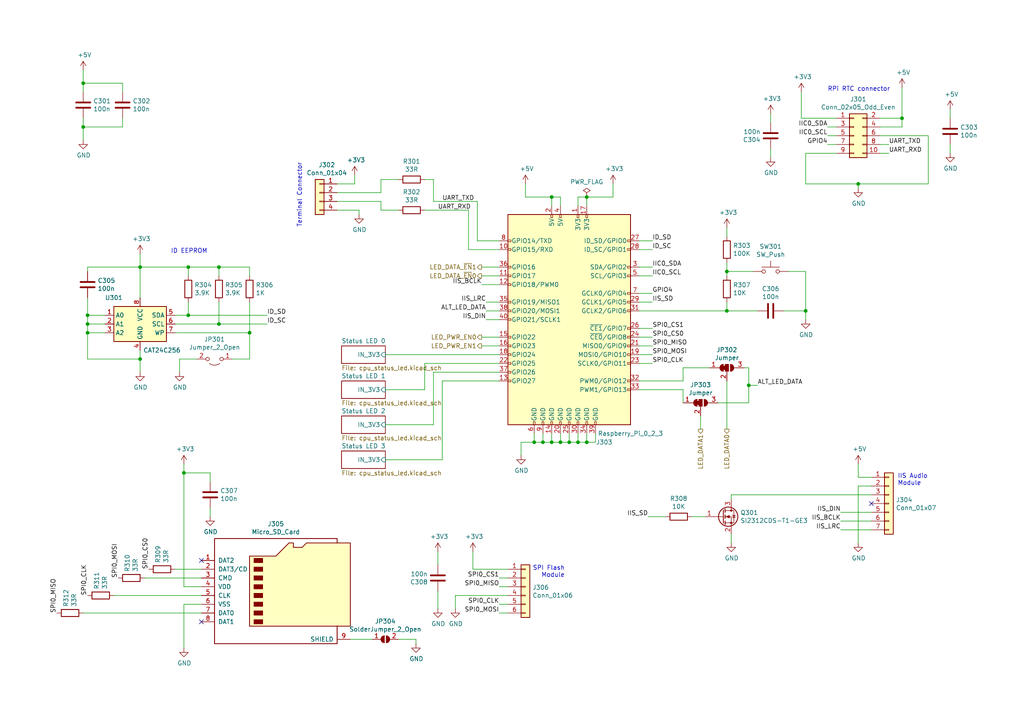
<source format=kicad_sch>
(kicad_sch (version 20230121) (generator eeschema)
  (paper "A4")
  (title_block (title "WS2812 Controller") (date "2021-10-10") (rev "1") (company "Stefan Misik") (comment 1 "CPU Interface"))
  (lib_symbols
    (symbol "Connector:Micro_SD_Card" (pin_names (offset 1.016))
      (property "Reference" "J" (at -16.51 15.24 0))
      (property "Value" "Micro_SD_Card" (at 16.51 15.24 0))
      (symbol "Micro_SD_Card_0_1"
        (rectangle (start -7.62 -9.525) (end -5.08 -10.795) (fill (type outline)))
        (rectangle (start -7.62 -6.985) (end -5.08 -8.255) (fill (type outline)))
        (rectangle (start -7.62 -4.445) (end -5.08 -5.715) (fill (type outline)))
        (rectangle (start -7.62 -1.905) (end -5.08 -3.175) (fill (type outline)))
        (rectangle (start -7.62 0.635) (end -5.08 -0.635) (fill (type outline)))
        (rectangle (start -7.62 3.175) (end -5.08 1.905) (fill (type outline)))
        (rectangle (start -7.62 5.715) (end -5.08 4.445) (fill (type outline)))
        (rectangle (start -7.62 8.255) (end -5.08 6.985) (fill (type outline)))
        (polyline (pts (xy 16.51 12.7) (xy 16.51 13.97) (xy -19.05 13.97) (xy -19.05 -16.51) (xy 16.51 -16.51) (xy 16.51 -11.43)) (stroke (width 0.254)))
        (polyline (pts (xy -8.89 -11.43) (xy -8.89 8.89) (xy -1.27 8.89) (xy 2.54 12.7) (xy 3.81 12.7) (xy 3.81 11.43) (xy 6.35 11.43) (xy 7.62 12.7) (xy 20.32 12.7) (xy 20.32 -11.43) (xy -8.89 -11.43)) (stroke (width 0.254)) (fill (type background)))
      )
      (symbol "Micro_SD_Card_1_1"
        (pin bidirectional line (at -22.86 7.62 0) (length 3.81) (name "DAT2") (number "1"))
        (pin bidirectional line (at -22.86 5.08 0) (length 3.81) (name "DAT3/CD") (number "2"))
        (pin input line (at -22.86 2.54 0) (length 3.81) (name "CMD") (number "3"))
        (pin power_in line (at -22.86 0 0) (length 3.81) (name "VDD") (number "4"))
        (pin input line (at -22.86 -2.54 0) (length 3.81) (name "CLK") (number "5"))
        (pin power_in line (at -22.86 -5.08 0) (length 3.81) (name "VSS") (number "6"))
        (pin bidirectional line (at -22.86 -7.62 0) (length 3.81) (name "DAT0") (number "7"))
        (pin bidirectional line (at -22.86 -10.16 0) (length 3.81) (name "DAT1") (number "8"))
        (pin passive line (at 20.32 -15.24 180) (length 3.81) (name "SHIELD") (number "9"))
      )
    )
    (symbol "Connector_Generic:Conn_01x04" (pin_names (offset 1.016) hide)
      (property "Reference" "J" (at 0 5.08 0))
      (property "Value" "Conn_01x04" (at 0 -7.62 0))
      (symbol "Conn_01x04_1_1"
        (rectangle (start -1.27 -4.953) (end 0 -5.207) (stroke (width 0.1524)))
        (rectangle (start -1.27 -2.413) (end 0 -2.667) (stroke (width 0.1524)))
        (rectangle (start -1.27 0.127) (end 0 -0.127) (stroke (width 0.1524)))
        (rectangle (start -1.27 2.667) (end 0 2.413) (stroke (width 0.1524)))
        (rectangle (start -1.27 3.81) (end 1.27 -6.35) (stroke (width 0.254)) (fill (type background)))
        (pin passive line (at -5.08 2.54 0) (length 3.81) (name "Pin_1") (number "1"))
        (pin passive line (at -5.08 0 0) (length 3.81) (name "Pin_2") (number "2"))
        (pin passive line (at -5.08 -2.54 0) (length 3.81) (name "Pin_3") (number "3"))
        (pin passive line (at -5.08 -5.08 0) (length 3.81) (name "Pin_4") (number "4"))
      )
    )
    (symbol "Connector_Generic:Conn_01x06" (pin_names (offset 1.016) hide)
      (property "Reference" "J" (at 0 7.62 0))
      (property "Value" "Conn_01x06" (at 0 -10.16 0))
      (symbol "Conn_01x06_1_1"
        (rectangle (start -1.27 -7.493) (end 0 -7.747) (stroke (width 0.1524)))
        (rectangle (start -1.27 -4.953) (end 0 -5.207) (stroke (width 0.1524)))
        (rectangle (start -1.27 -2.413) (end 0 -2.667) (stroke (width 0.1524)))
        (rectangle (start -1.27 0.127) (end 0 -0.127) (stroke (width 0.1524)))
        (rectangle (start -1.27 2.667) (end 0 2.413) (stroke (width 0.1524)))
        (rectangle (start -1.27 5.207) (end 0 4.953) (stroke (width 0.1524)))
        (rectangle (start -1.27 6.35) (end 1.27 -8.89) (stroke (width 0.254)) (fill (type background)))
        (pin passive line (at -5.08 5.08 0) (length 3.81) (name "Pin_1") (number "1"))
        (pin passive line (at -5.08 2.54 0) (length 3.81) (name "Pin_2") (number "2"))
        (pin passive line (at -5.08 0 0) (length 3.81) (name "Pin_3") (number "3"))
        (pin passive line (at -5.08 -2.54 0) (length 3.81) (name "Pin_4") (number "4"))
        (pin passive line (at -5.08 -5.08 0) (length 3.81) (name "Pin_5") (number "5"))
        (pin passive line (at -5.08 -7.62 0) (length 3.81) (name "Pin_6") (number "6"))
      )
    )
    (symbol "Connector_Generic:Conn_01x07" (pin_names (offset 1.016) hide)
      (property "Reference" "J" (at 0 10.16 0))
      (property "Value" "Conn_01x07" (at 0 -10.16 0))
      (symbol "Conn_01x07_1_1"
        (rectangle (start -1.27 -7.493) (end 0 -7.747) (stroke (width 0.1524)))
        (rectangle (start -1.27 -4.953) (end 0 -5.207) (stroke (width 0.1524)))
        (rectangle (start -1.27 -2.413) (end 0 -2.667) (stroke (width 0.1524)))
        (rectangle (start -1.27 0.127) (end 0 -0.127) (stroke (width 0.1524)))
        (rectangle (start -1.27 2.667) (end 0 2.413) (stroke (width 0.1524)))
        (rectangle (start -1.27 5.207) (end 0 4.953) (stroke (width 0.1524)))
        (rectangle (start -1.27 7.747) (end 0 7.493) (stroke (width 0.1524)))
        (rectangle (start -1.27 8.89) (end 1.27 -8.89) (stroke (width 0.254)) (fill (type background)))
        (pin passive line (at -5.08 7.62 0) (length 3.81) (name "Pin_1") (number "1"))
        (pin passive line (at -5.08 5.08 0) (length 3.81) (name "Pin_2") (number "2"))
        (pin passive line (at -5.08 2.54 0) (length 3.81) (name "Pin_3") (number "3"))
        (pin passive line (at -5.08 0 0) (length 3.81) (name "Pin_4") (number "4"))
        (pin passive line (at -5.08 -2.54 0) (length 3.81) (name "Pin_5") (number "5"))
        (pin passive line (at -5.08 -5.08 0) (length 3.81) (name "Pin_6") (number "6"))
        (pin passive line (at -5.08 -7.62 0) (length 3.81) (name "Pin_7") (number "7"))
      )
    )
    (symbol "Connector_Generic:Conn_02x05_Odd_Even" (pin_names (offset 1.016) hide)
      (property "Reference" "J" (at 1.27 7.62 0))
      (property "Value" "Conn_02x05_Odd_Even" (at 1.27 -7.62 0))
      (symbol "Conn_02x05_Odd_Even_1_1"
        (rectangle (start -1.27 -4.953) (end 0 -5.207) (stroke (width 0.1524)))
        (rectangle (start -1.27 -2.413) (end 0 -2.667) (stroke (width 0.1524)))
        (rectangle (start -1.27 0.127) (end 0 -0.127) (stroke (width 0.1524)))
        (rectangle (start -1.27 2.667) (end 0 2.413) (stroke (width 0.1524)))
        (rectangle (start -1.27 5.207) (end 0 4.953) (stroke (width 0.1524)))
        (rectangle (start -1.27 6.35) (end 3.81 -6.35) (stroke (width 0.254)) (fill (type background)))
        (rectangle (start 3.81 -4.953) (end 2.54 -5.207) (stroke (width 0.1524)))
        (rectangle (start 3.81 -2.413) (end 2.54 -2.667) (stroke (width 0.1524)))
        (rectangle (start 3.81 0.127) (end 2.54 -0.127) (stroke (width 0.1524)))
        (rectangle (start 3.81 2.667) (end 2.54 2.413) (stroke (width 0.1524)))
        (rectangle (start 3.81 5.207) (end 2.54 4.953) (stroke (width 0.1524)))
        (pin passive line (at -5.08 5.08 0) (length 3.81) (name "Pin_1") (number "1"))
        (pin passive line (at 7.62 -5.08 180) (length 3.81) (name "Pin_10") (number "10"))
        (pin passive line (at 7.62 5.08 180) (length 3.81) (name "Pin_2") (number "2"))
        (pin passive line (at -5.08 2.54 0) (length 3.81) (name "Pin_3") (number "3"))
        (pin passive line (at 7.62 2.54 180) (length 3.81) (name "Pin_4") (number "4"))
        (pin passive line (at -5.08 0 0) (length 3.81) (name "Pin_5") (number "5"))
        (pin passive line (at 7.62 0 180) (length 3.81) (name "Pin_6") (number "6"))
        (pin passive line (at -5.08 -2.54 0) (length 3.81) (name "Pin_7") (number "7"))
        (pin passive line (at 7.62 -2.54 180) (length 3.81) (name "Pin_8") (number "8"))
        (pin passive line (at -5.08 -5.08 0) (length 3.81) (name "Pin_9") (number "9"))
      )
    )
    (symbol "Device:C" (pin_numbers hide) (pin_names (offset 0.254))
      (property "Reference" "C" (at 0.635 2.54 0))
      (property "Value" "C" (at 0.635 -2.54 0))
      (symbol "C_0_1"
        (polyline (pts (xy -2.032 -0.762) (xy 2.032 -0.762)) (stroke (width 0.508)))
        (polyline (pts (xy -2.032 0.762) (xy 2.032 0.762)) (stroke (width 0.508)))
      )
      (symbol "C_1_1"
        (pin passive line (at 0 3.81 270) (length 2.794) (name "~") (number "1"))
        (pin passive line (at 0 -3.81 90) (length 2.794) (name "~") (number "2"))
      )
    )
    (symbol "Device:Q_NMOS_GSD" (pin_names (offset 0) hide)
      (property "Reference" "Q" (at 5.08 1.27 0))
      (property "Value" "Q_NMOS_GSD" (at 5.08 -1.27 0))
      (symbol "Q_NMOS_GSD_0_1"
        (polyline (pts (xy 0.254 0) (xy -2.54 0)))
        (polyline (pts (xy 0.254 1.905) (xy 0.254 -1.905)) (stroke (width 0.254)))
        (polyline (pts (xy 0.762 -1.27) (xy 0.762 -2.286)) (stroke (width 0.254)))
        (polyline (pts (xy 0.762 0.508) (xy 0.762 -0.508)) (stroke (width 0.254)))
        (polyline (pts (xy 0.762 2.286) (xy 0.762 1.27)) (stroke (width 0.254)))
        (polyline (pts (xy 2.54 2.54) (xy 2.54 1.778)))
        (polyline (pts (xy 2.54 -2.54) (xy 2.54 0) (xy 0.762 0)))
        (polyline (pts (xy 0.762 -1.778) (xy 3.302 -1.778) (xy 3.302 1.778) (xy 0.762 1.778)))
        (polyline (pts (xy 1.016 0) (xy 2.032 0.381) (xy 2.032 -0.381) (xy 1.016 0)) (fill (type outline)))
        (polyline (pts (xy 2.794 0.508) (xy 2.921 0.381) (xy 3.683 0.381) (xy 3.81 0.254)))
        (polyline (pts (xy 3.302 0.381) (xy 2.921 -0.254) (xy 3.683 -0.254) (xy 3.302 0.381)))
        (circle (center 1.651 0) (radius 2.794) (stroke (width 0.254)))
        (circle (center 2.54 -1.778) (radius 0.254) (fill (type outline)))
        (circle (center 2.54 1.778) (radius 0.254) (fill (type outline)))
      )
      (symbol "Q_NMOS_GSD_1_1"
        (pin input line (at -5.08 0 0) (length 2.54) (name "G") (number "1"))
        (pin passive line (at 2.54 -5.08 90) (length 2.54) (name "S") (number "2"))
        (pin passive line (at 2.54 5.08 270) (length 2.54) (name "D") (number "3"))
      )
    )
    (symbol "Device:R" (pin_numbers hide) (pin_names (offset 0))
      (property "Reference" "R" (at 2.032 0 90))
      (property "Value" "R" (at 0 0 90))
      (symbol "R_0_1"
        (rectangle (start -1.016 -2.54) (end 1.016 2.54) (stroke (width 0.254)))
      )
      (symbol "R_1_1"
        (pin passive line (at 0 3.81 270) (length 1.27) (name "~") (number "1"))
        (pin passive line (at 0 -3.81 90) (length 1.27) (name "~") (number "2"))
      )
    )
    (symbol "Jumper:Jumper_2_Open" (pin_names (offset 0) hide)
      (property "Reference" "JP" (at 0 2.794 0))
      (property "Value" "Jumper_2_Open" (at 0 -2.286 0))
      (symbol "Jumper_2_Open_0_0"
        (circle (center -2.032 0) (radius 0.508))
        (circle (center 2.032 0) (radius 0.508))
      )
      (symbol "Jumper_2_Open_0_1"
        (arc (start 1.524 1.27) (mid 0 1.778) (end -1.524 1.27))
      )
      (symbol "Jumper_2_Open_1_1"
        (pin passive line (at -5.08 0 0) (length 2.54) (name "A") (number "1"))
        (pin passive line (at 5.08 0 180) (length 2.54) (name "B") (number "2"))
      )
    )
    (symbol "Jumper:SolderJumper_2_Open" (pin_names (offset 0) hide)
      (property "Reference" "JP" (at 0 2.032 0))
      (property "Value" "SolderJumper_2_Open" (at 0 -2.54 0))
      (symbol "SolderJumper_2_Open_0_1"
        (arc (start -0.254 1.016) (mid -1.2656 0) (end -0.254 -1.016))
        (arc (start -0.254 1.016) (mid -1.2656 0) (end -0.254 -1.016) (fill (type outline)))
        (polyline (pts (xy -0.254 1.016) (xy -0.254 -1.016)))
        (polyline (pts (xy 0.254 1.016) (xy 0.254 -1.016)))
        (arc (start 0.254 -1.016) (mid 1.2656 0) (end 0.254 1.016))
        (arc (start 0.254 -1.016) (mid 1.2656 0) (end 0.254 1.016) (fill (type outline)))
      )
      (symbol "SolderJumper_2_Open_1_1"
        (pin passive line (at -3.81 0 0) (length 2.54) (name "A") (number "1"))
        (pin passive line (at 3.81 0 180) (length 2.54) (name "B") (number "2"))
      )
    )
    (symbol "Jumper:SolderJumper_3_Bridged12" (pin_names (offset 0) hide)
      (property "Reference" "JP" (at -2.54 -2.54 0))
      (property "Value" "SolderJumper_3_Bridged12" (at 0 2.794 0))
      (symbol "SolderJumper_3_Bridged12_0_1"
        (rectangle (start -1.016 0.508) (end -0.508 -0.508) (fill (type outline)))
        (arc (start -1.016 1.016) (mid -2.0276 0) (end -1.016 -1.016))
        (arc (start -1.016 1.016) (mid -2.0276 0) (end -1.016 -1.016) (fill (type outline)))
        (rectangle (start -0.508 1.016) (end 0.508 -1.016) (fill (type outline)))
        (polyline (pts (xy -2.54 0) (xy -2.032 0)))
        (polyline (pts (xy -1.016 1.016) (xy -1.016 -1.016)))
        (polyline (pts (xy 0 -1.27) (xy 0 -1.016)))
        (polyline (pts (xy 1.016 1.016) (xy 1.016 -1.016)))
        (polyline (pts (xy 2.54 0) (xy 2.032 0)))
        (arc (start 1.016 -1.016) (mid 2.0276 0) (end 1.016 1.016))
        (arc (start 1.016 -1.016) (mid 2.0276 0) (end 1.016 1.016) (fill (type outline)))
      )
      (symbol "SolderJumper_3_Bridged12_1_1"
        (pin passive line (at -5.08 0 0) (length 2.54) (name "A") (number "1"))
        (pin input line (at 0 -3.81 90) (length 2.54) (name "C") (number "2"))
        (pin passive line (at 5.08 0 180) (length 2.54) (name "B") (number "3"))
      )
    )
    (symbol "Memory_EEPROM:CAT24C256"
      (property "Reference" "U" (at -6.35 6.35 0))
      (property "Value" "CAT24C256" (at 1.27 6.35 0))
      (symbol "CAT24C256_1_1"
        (rectangle (start -7.62 5.08) (end 7.62 -5.08) (stroke (width 0.254)) (fill (type background)))
        (pin input line (at -10.16 2.54 0) (length 2.54) (name "A0") (number "1"))
        (pin input line (at -10.16 0 0) (length 2.54) (name "A1") (number "2"))
        (pin input line (at -10.16 -2.54 0) (length 2.54) (name "A2") (number "3"))
        (pin power_in line (at 0 -7.62 90) (length 2.54) (name "GND") (number "4"))
        (pin bidirectional line (at 10.16 2.54 180) (length 2.54) (name "SDA") (number "5"))
        (pin input line (at 10.16 0 180) (length 2.54) (name "SCL") (number "6"))
        (pin input line (at 10.16 -2.54 180) (length 2.54) (name "WP") (number "7"))
        (pin power_in line (at 0 7.62 270) (length 2.54) (name "VCC") (number "8"))
      )
    )
    (symbol "Switch:SW_Push" (pin_numbers hide) (pin_names (offset 1.016) hide)
      (property "Reference" "SW" (at 1.27 2.54 0))
      (property "Value" "SW_Push" (at 0 -1.524 0))
      (symbol "SW_Push_0_1"
        (circle (center -2.032 0) (radius 0.508))
        (polyline (pts (xy 0 1.27) (xy 0 3.048)))
        (polyline (pts (xy 2.54 1.27) (xy -2.54 1.27)))
        (circle (center 2.032 0) (radius 0.508))
        (pin passive line (at -5.08 0 0) (length 2.54) (name "1") (number "1"))
        (pin passive line (at 5.08 0 180) (length 2.54) (name "2") (number "2"))
      )
    )
    (symbol "my:Raspberry_Pi_0_2_3" (pin_names (offset 1.016))
      (property "Reference" "J" (at -17.78 31.75 0))
      (property "Value" "Raspberry_Pi_0_2_3" (at 10.16 -31.75 0))
      (symbol "Raspberry_Pi_0_2_3_0_1"
        (rectangle (start -17.78 30.48) (end 17.78 -30.48) (stroke (width 0.254)) (fill (type background)))
      )
      (symbol "Raspberry_Pi_0_2_3_1_1"
        (rectangle (start -16.891 -17.526) (end -17.78 -18.034))
        (rectangle (start -16.891 -14.986) (end -17.78 -15.494))
        (rectangle (start -16.891 -12.446) (end -17.78 -12.954))
        (rectangle (start -16.891 -9.906) (end -17.78 -10.414))
        (rectangle (start -16.891 -7.366) (end -17.78 -7.874))
        (rectangle (start -16.891 -4.826) (end -17.78 -5.334))
        (rectangle (start -16.891 0.254) (end -17.78 -0.254))
        (rectangle (start -16.891 2.794) (end -17.78 2.286))
        (rectangle (start -16.891 5.334) (end -17.78 4.826))
        (rectangle (start -16.891 10.414) (end -17.78 9.906))
        (rectangle (start -16.891 12.954) (end -17.78 12.446))
        (rectangle (start -16.891 15.494) (end -17.78 14.986))
        (rectangle (start -16.891 20.574) (end -17.78 20.066))
        (rectangle (start -16.891 23.114) (end -17.78 22.606))
        (rectangle (start -10.414 -29.591) (end -9.906 -30.48))
        (rectangle (start -7.874 -29.591) (end -7.366 -30.48))
        (rectangle (start -5.334 -29.591) (end -4.826 -30.48))
        (rectangle (start -5.334 30.48) (end -4.826 29.591))
        (rectangle (start -2.794 -29.591) (end -2.286 -30.48))
        (rectangle (start -2.794 30.48) (end -2.286 29.591))
        (rectangle (start -0.254 -29.591) (end 0.254 -30.48))
        (rectangle (start 2.286 -29.591) (end 2.794 -30.48))
        (rectangle (start 2.286 30.48) (end 2.794 29.591))
        (rectangle (start 4.826 -29.591) (end 5.334 -30.48))
        (rectangle (start 4.826 30.48) (end 5.334 29.591))
        (rectangle (start 7.366 -29.591) (end 7.874 -30.48))
        (rectangle (start 17.78 -20.066) (end 16.891 -20.574))
        (rectangle (start 17.78 -17.526) (end 16.891 -18.034))
        (rectangle (start 17.78 -12.446) (end 16.891 -12.954))
        (rectangle (start 17.78 -9.906) (end 16.891 -10.414))
        (rectangle (start 17.78 -7.366) (end 16.891 -7.874))
        (rectangle (start 17.78 -4.826) (end 16.891 -5.334))
        (rectangle (start 17.78 -2.286) (end 16.891 -2.794))
        (rectangle (start 17.78 2.794) (end 16.891 2.286))
        (rectangle (start 17.78 5.334) (end 16.891 4.826))
        (rectangle (start 17.78 7.874) (end 16.891 7.366))
        (rectangle (start 17.78 12.954) (end 16.891 12.446))
        (rectangle (start 17.78 15.494) (end 16.891 14.986))
        (rectangle (start 17.78 20.574) (end 16.891 20.066))
        (rectangle (start 17.78 23.114) (end 16.891 22.606))
        (pin power_in line (at 2.54 33.02 270) (length 2.54) (name "3V3") (number "1"))
        (pin bidirectional line (at -20.32 20.32 0) (length 2.54) (name "GPIO15/RXD") (number "10"))
        (pin bidirectional line (at -20.32 12.7 0) (length 2.54) (name "GPIO17") (number "11"))
        (pin bidirectional line (at -20.32 10.16 0) (length 2.54) (name "GPIO18/PWM0") (number "12"))
        (pin bidirectional line (at -20.32 -17.78 0) (length 2.54) (name "GPIO27") (number "13"))
        (pin power_in line (at -5.08 -33.02 90) (length 2.54) (name "GND") (number "14"))
        (pin bidirectional line (at -20.32 -5.08 0) (length 2.54) (name "GPIO22") (number "15"))
        (pin bidirectional line (at -20.32 -7.62 0) (length 2.54) (name "GPIO23") (number "16"))
        (pin power_in line (at 5.08 33.02 270) (length 2.54) (name "3V3") (number "17"))
        (pin bidirectional line (at -20.32 -10.16 0) (length 2.54) (name "GPIO24") (number "18"))
        (pin bidirectional line (at 20.32 -10.16 180) (length 2.54) (name "MOSI0/GPIO10") (number "19"))
        (pin power_in line (at -5.08 33.02 270) (length 2.54) (name "5V") (number "2"))
        (pin power_in line (at -2.54 -33.02 90) (length 2.54) (name "GND") (number "20"))
        (pin bidirectional line (at 20.32 -7.62 180) (length 2.54) (name "MISO0/GPIO9") (number "21"))
        (pin bidirectional line (at -20.32 -12.7 0) (length 2.54) (name "GPIO25") (number "22"))
        (pin bidirectional line (at 20.32 -12.7 180) (length 2.54) (name "SCLK0/GPIO11") (number "23"))
        (pin bidirectional line (at 20.32 -5.08 180) (length 2.54) (name "~{CE0}/GPIO8") (number "24"))
        (pin power_in line (at 0 -33.02 90) (length 2.54) (name "GND") (number "25"))
        (pin bidirectional line (at 20.32 -2.54 180) (length 2.54) (name "~{CE1}/GPIO7") (number "26"))
        (pin bidirectional line (at 20.32 22.86 180) (length 2.54) (name "ID_SD/GPIO0") (number "27"))
        (pin bidirectional line (at 20.32 20.32 180) (length 2.54) (name "ID_SC/GPIO1") (number "28"))
        (pin bidirectional line (at 20.32 5.08 180) (length 2.54) (name "GCLK1/GPIO5") (number "29"))
        (pin bidirectional line (at 20.32 15.24 180) (length 2.54) (name "SDA/GPIO2") (number "3"))
        (pin power_in line (at 2.54 -33.02 90) (length 2.54) (name "GND") (number "30"))
        (pin bidirectional line (at 20.32 2.54 180) (length 2.54) (name "GCLK2/GPIO6") (number "31"))
        (pin bidirectional line (at 20.32 -17.78 180) (length 2.54) (name "PWM0/GPIO12") (number "32"))
        (pin bidirectional line (at 20.32 -20.32 180) (length 2.54) (name "PWM1/GPIO13") (number "33"))
        (pin power_in line (at 5.08 -33.02 90) (length 2.54) (name "GND") (number "34"))
        (pin bidirectional line (at -20.32 5.08 0) (length 2.54) (name "GPIO19/MISO1") (number "35"))
        (pin bidirectional line (at -20.32 15.24 0) (length 2.54) (name "GPIO16") (number "36"))
        (pin bidirectional line (at -20.32 -15.24 0) (length 2.54) (name "GPIO26") (number "37"))
        (pin bidirectional line (at -20.32 2.54 0) (length 2.54) (name "GPIO20/MOSI1") (number "38"))
        (pin power_in line (at 7.62 -33.02 90) (length 2.54) (name "GND") (number "39"))
        (pin power_in line (at -2.54 33.02 270) (length 2.54) (name "5V") (number "4"))
        (pin bidirectional line (at -20.32 0 0) (length 2.54) (name "GPIO21/SCLK1") (number "40"))
        (pin bidirectional line (at 20.32 12.7 180) (length 2.54) (name "SCL/GPIO3") (number "5"))
        (pin power_in line (at -10.16 -33.02 90) (length 2.54) (name "GND") (number "6"))
        (pin bidirectional line (at 20.32 7.62 180) (length 2.54) (name "GCLK0/GPIO4") (number "7"))
        (pin bidirectional line (at -20.32 22.86 0) (length 2.54) (name "GPIO14/TXD") (number "8"))
        (pin power_in line (at -7.62 -33.02 90) (length 2.54) (name "GND") (number "9"))
      )
    )
    (symbol "power:+3.3V" (power) (pin_names (offset 0))
      (property "Value" "+3.3V" (at 0 3.556 0))
      (symbol "+3.3V_0_1"
        (polyline (pts (xy -0.762 1.27) (xy 0 2.54)))
        (polyline (pts (xy 0 0) (xy 0 2.54)))
        (polyline (pts (xy 0 2.54) (xy 0.762 1.27)))
      )
      (symbol "+3.3V_1_1"
        (pin power_in line (at 0 0 90) (length 0) hide (name "+3V3") (number "1"))
      )
    )
    (symbol "power:+5V" (power) (pin_names (offset 0))
      (property "Value" "+5V" (at 0 3.556 0))
      (symbol "+5V_0_1"
        (polyline (pts (xy -0.762 1.27) (xy 0 2.54)))
        (polyline (pts (xy 0 0) (xy 0 2.54)))
        (polyline (pts (xy 0 2.54) (xy 0.762 1.27)))
      )
      (symbol "+5V_1_1"
        (pin power_in line (at 0 0 90) (length 0) hide (name "+5V") (number "1"))
      )
    )
    (symbol "power:GND" (power) (pin_names (offset 0))
      (property "Value" "GND" (at 0 -3.81 0))
      (symbol "GND_0_1"
        (polyline (pts (xy 0 0) (xy 0 -1.27) (xy 1.27 -1.27) (xy 0 -2.54) (xy -1.27 -1.27) (xy 0 -1.27)))
      )
      (symbol "GND_1_1"
        (pin power_in line (at 0 0 270) (length 0) hide (name "GND") (number "1"))
      )
    )
    (symbol "power:PWR_FLAG" (power) (pin_numbers hide) (pin_names (offset 0) hide)
      (property "Value" "PWR_FLAG" (at 0 3.81 0))
      (symbol "PWR_FLAG_0_0"
        (pin power_out line (at 0 0 90) (length 0) (name "pwr") (number "1"))
      )
      (symbol "PWR_FLAG_0_1"
        (polyline (pts (xy 0 0) (xy 0 1.27) (xy -1.016 1.905) (xy 0 2.54) (xy 1.016 1.905) (xy 0 1.27)))
      )
    )
  )
  (junction (at 154.94 128.27))
  (junction (at 233.68 90.17))
  (junction (at 210.82 90.17))
  (junction (at 210.82 78.74))
  (junction (at 167.64 128.27))
  (junction (at 63.5 77.47))
  (junction (at 170.18 57.15))
  (junction (at 160.02 57.15))
  (junction (at 160.02 128.27))
  (junction (at 40.64 77.47))
  (junction (at 54.61 77.47))
  (junction (at 54.61 91.44))
  (junction (at 261.62 34.29))
  (junction (at 63.5 93.98))
  (junction (at 24.13 36.83))
  (junction (at 24.13 24.13))
  (junction (at 157.48 128.27))
  (junction (at 170.18 128.27))
  (junction (at 248.92 53.34))
  (junction (at 217.17 111.76))
  (junction (at 72.39 96.52))
  (junction (at 165.1 128.27))
  (junction (at 25.4 96.52))
  (junction (at 25.4 91.44))
  (junction (at 40.64 104.14))
  (junction (at 53.34 137.16))
  (junction (at 162.56 128.27))
  (junction (at 25.4 93.98))
  (no_connect (at 58.42 162.56))
  (no_connect (at 58.42 180.34))
  (no_connect (at 252.73 146.05))
  (wire (pts (xy 165.1 128.27) (xy 165.1 125.73)))
  (wire (pts (xy 275.59 44.45) (xy 275.59 41.91)))
  (wire (pts (xy 24.13 20.32) (xy 24.13 24.13)))
  (wire (pts (xy 185.42 102.87) (xy 189.23 102.87)))
  (wire (pts (xy 255.27 44.45) (xy 257.81 44.45)))
  (wire (pts (xy 198.12 106.68) (xy 205.74 106.68)))
  (wire (pts (xy 53.34 175.26) (xy 53.34 187.96)))
  (wire (pts (xy 185.42 97.79) (xy 189.23 97.79)))
  (wire (pts (xy 60.96 147.32) (xy 60.96 149.86)))
  (wire (pts (xy 101.6 185.42) (xy 107.95 185.42)))
  (wire (pts (xy 63.5 93.98) (xy 50.8 93.98)))
  (wire (pts (xy 218.44 78.74) (xy 210.82 78.74)))
  (wire (pts (xy 261.62 25.4) (xy 261.62 34.29)))
  (wire (pts (xy 110.49 58.42) (xy 110.49 60.96)))
  (wire (pts (xy 248.92 134.62) (xy 248.92 138.43)))
  (wire (pts (xy 151.13 128.27) (xy 154.94 128.27)))
  (wire (pts (xy 198.12 110.49) (xy 198.12 106.68)))
  (wire (pts (xy 144.78 110.49) (xy 128.27 110.49)))
  (wire (pts (xy 97.79 58.42) (xy 110.49 58.42)))
  (wire (pts (xy 170.18 59.69) (xy 170.18 57.15)))
  (wire (pts (xy 25.4 104.14) (xy 40.64 104.14)))
  (wire (pts (xy 185.42 110.49) (xy 198.12 110.49)))
  (wire (pts (xy 139.7 80.01) (xy 144.78 80.01)))
  (wire (pts (xy 33.02 172.72) (xy 58.42 172.72)))
  (wire (pts (xy 110.49 52.07) (xy 115.57 52.07)))
  (wire (pts (xy 212.09 157.48) (xy 212.09 154.94)))
  (wire (pts (xy 212.09 143.51) (xy 212.09 144.78)))
  (wire (pts (xy 170.18 57.15) (xy 177.8 57.15)))
  (wire (pts (xy 185.42 72.39) (xy 189.23 72.39)))
  (wire (pts (xy 252.73 153.67) (xy 243.84 153.67)))
  (wire (pts (xy 160.02 128.27) (xy 162.56 128.27)))
  (wire (pts (xy 144.78 92.71) (xy 140.97 92.71)))
  (wire (pts (xy 157.48 128.27) (xy 160.02 128.27)))
  (wire (pts (xy 135.89 60.96) (xy 135.89 72.39)))
  (wire (pts (xy 104.14 60.96) (xy 104.14 62.23)))
  (wire (pts (xy 144.78 69.85) (xy 138.43 69.85)))
  (wire (pts (xy 157.48 128.27) (xy 157.48 125.73)))
  (wire (pts (xy 255.27 41.91) (xy 257.81 41.91)))
  (wire (pts (xy 132.08 176.53) (xy 132.08 172.72)))
  (wire (pts (xy 185.42 95.25) (xy 189.23 95.25)))
  (wire (pts (xy 40.64 77.47) (xy 40.64 86.36)))
  (wire (pts (xy 167.64 57.15) (xy 170.18 57.15)))
  (wire (pts (xy 154.94 128.27) (xy 157.48 128.27)))
  (wire (pts (xy 24.13 24.13) (xy 24.13 26.67)))
  (wire (pts (xy 24.13 24.13) (xy 35.56 24.13)))
  (wire (pts (xy 25.4 78.74) (xy 25.4 77.47)))
  (wire (pts (xy 53.34 137.16) (xy 53.34 170.18)))
  (wire (pts (xy 123.19 52.07) (xy 125.73 52.07)))
  (wire (pts (xy 102.87 53.34) (xy 97.79 53.34)))
  (wire (pts (xy 162.56 128.27) (xy 162.56 125.73)))
  (wire (pts (xy 152.4 57.15) (xy 152.4 53.34)))
  (wire (pts (xy 127 160.02) (xy 127 163.83)))
  (wire (pts (xy 187.96 149.86) (xy 193.04 149.86)))
  (wire (pts (xy 72.39 96.52) (xy 72.39 87.63)))
  (wire (pts (xy 25.4 96.52) (xy 25.4 104.14)))
  (wire (pts (xy 128.27 110.49) (xy 128.27 133.35)))
  (wire (pts (xy 233.68 78.74) (xy 233.68 90.17)))
  (wire (pts (xy 162.56 128.27) (xy 165.1 128.27)))
  (wire (pts (xy 40.64 101.6) (xy 40.64 104.14)))
  (wire (pts (xy 217.17 116.84) (xy 217.17 111.76)))
  (wire (pts (xy 135.89 60.96) (xy 123.19 60.96)))
  (wire (pts (xy 227.33 90.17) (xy 233.68 90.17)))
  (wire (pts (xy 170.18 128.27) (xy 172.72 128.27)))
  (wire (pts (xy 54.61 87.63) (xy 54.61 91.44)))
  (wire (pts (xy 185.42 69.85) (xy 189.23 69.85)))
  (wire (pts (xy 52.07 104.14) (xy 52.07 107.95)))
  (wire (pts (xy 223.52 35.56) (xy 223.52 33.02)))
  (wire (pts (xy 269.24 39.37) (xy 269.24 53.34)))
  (wire (pts (xy 41.91 167.64) (xy 58.42 167.64)))
  (wire (pts (xy 185.42 85.09) (xy 189.23 85.09)))
  (wire (pts (xy 269.24 39.37) (xy 255.27 39.37)))
  (wire (pts (xy 154.94 128.27) (xy 154.94 125.73)))
  (wire (pts (xy 127 171.45) (xy 127 176.53)))
  (wire (pts (xy 189.23 100.33) (xy 185.42 100.33)))
  (wire (pts (xy 57.15 104.14) (xy 52.07 104.14)))
  (wire (pts (xy 137.16 160.02) (xy 137.16 165.1)))
  (wire (pts (xy 144.78 170.18) (xy 147.32 170.18)))
  (wire (pts (xy 120.65 185.42) (xy 120.65 186.69)))
  (wire (pts (xy 50.8 96.52) (xy 72.39 96.52)))
  (wire (pts (xy 212.09 143.51) (xy 252.73 143.51)))
  (wire (pts (xy 215.9 106.68) (xy 217.17 106.68)))
  (wire (pts (xy 255.27 36.83) (xy 261.62 36.83)))
  (wire (pts (xy 35.56 24.13) (xy 35.56 26.67)))
  (wire (pts (xy 172.72 128.27) (xy 172.72 125.73)))
  (wire (pts (xy 167.64 128.27) (xy 167.64 125.73)))
  (wire (pts (xy 144.78 82.55) (xy 139.7 82.55)))
  (wire (pts (xy 72.39 77.47) (xy 72.39 80.01)))
  (wire (pts (xy 144.78 167.64) (xy 147.32 167.64)))
  (wire (pts (xy 139.7 77.47) (xy 144.78 77.47)))
  (wire (pts (xy 40.64 73.66) (xy 40.64 77.47)))
  (wire (pts (xy 198.12 113.03) (xy 198.12 116.84)))
  (wire (pts (xy 30.48 96.52) (xy 25.4 96.52)))
  (wire (pts (xy 275.59 31.75) (xy 275.59 34.29)))
  (wire (pts (xy 25.4 91.44) (xy 25.4 93.98)))
  (wire (pts (xy 125.73 107.95) (xy 125.73 123.19)))
  (wire (pts (xy 165.1 128.27) (xy 167.64 128.27)))
  (wire (pts (xy 63.5 77.47) (xy 63.5 80.01)))
  (wire (pts (xy 248.92 138.43) (xy 252.73 138.43)))
  (wire (pts (xy 24.13 36.83) (xy 24.13 34.29)))
  (wire (pts (xy 177.8 57.15) (xy 177.8 53.34)))
  (wire (pts (xy 248.92 53.34) (xy 233.68 53.34)))
  (wire (pts (xy 261.62 34.29) (xy 255.27 34.29)))
  (wire (pts (xy 30.48 91.44) (xy 25.4 91.44)))
  (wire (pts (xy 144.78 107.95) (xy 125.73 107.95)))
  (wire (pts (xy 25.4 86.36) (xy 25.4 91.44)))
  (wire (pts (xy 228.6 78.74) (xy 233.68 78.74)))
  (wire (pts (xy 24.13 36.83) (xy 35.56 36.83)))
  (wire (pts (xy 162.56 57.15) (xy 160.02 57.15)))
  (wire (pts (xy 63.5 87.63) (xy 63.5 93.98)))
  (wire (pts (xy 160.02 59.69) (xy 160.02 57.15)))
  (wire (pts (xy 35.56 36.83) (xy 35.56 34.29)))
  (wire (pts (xy 210.82 110.49) (xy 210.82 124.46)))
  (wire (pts (xy 54.61 77.47) (xy 40.64 77.47)))
  (wire (pts (xy 123.19 113.03) (xy 111.76 113.03)))
  (wire (pts (xy 167.64 128.27) (xy 170.18 128.27)))
  (wire (pts (xy 144.78 87.63) (xy 140.97 87.63)))
  (wire (pts (xy 110.49 60.96) (xy 115.57 60.96)))
  (wire (pts (xy 210.82 90.17) (xy 185.42 90.17)))
  (wire (pts (xy 210.82 66.04) (xy 210.82 68.58)))
  (wire (pts (xy 185.42 113.03) (xy 198.12 113.03)))
  (wire (pts (xy 223.52 43.18) (xy 223.52 45.72)))
  (wire (pts (xy 189.23 105.41) (xy 185.42 105.41)))
  (wire (pts (xy 144.78 175.26) (xy 147.32 175.26)))
  (wire (pts (xy 233.68 90.17) (xy 233.68 92.71)))
  (wire (pts (xy 54.61 91.44) (xy 50.8 91.44)))
  (wire (pts (xy 139.7 100.33) (xy 144.78 100.33)))
  (wire (pts (xy 269.24 53.34) (xy 248.92 53.34)))
  (wire (pts (xy 125.73 123.19) (xy 111.76 123.19)))
  (wire (pts (xy 50.8 165.1) (xy 58.42 165.1)))
  (wire (pts (xy 233.68 44.45) (xy 242.57 44.45)))
  (wire (pts (xy 210.82 76.2) (xy 210.82 78.74)))
  (wire (pts (xy 60.96 139.7) (xy 60.96 137.16)))
  (wire (pts (xy 30.48 93.98) (xy 25.4 93.98)))
  (wire (pts (xy 248.92 53.34) (xy 248.92 54.61)))
  (wire (pts (xy 123.19 105.41) (xy 123.19 113.03)))
  (wire (pts (xy 53.34 137.16) (xy 53.34 134.62)))
  (wire (pts (xy 128.27 133.35) (xy 111.76 133.35)))
  (wire (pts (xy 137.16 165.1) (xy 147.32 165.1)))
  (wire (pts (xy 144.78 105.41) (xy 123.19 105.41)))
  (wire (pts (xy 102.87 50.8) (xy 102.87 53.34)))
  (wire (pts (xy 144.78 177.8) (xy 147.32 177.8)))
  (wire (pts (xy 40.64 104.14) (xy 40.64 107.95)))
  (wire (pts (xy 210.82 87.63) (xy 210.82 90.17)))
  (wire (pts (xy 252.73 148.59) (xy 243.84 148.59)))
  (wire (pts (xy 54.61 77.47) (xy 63.5 77.47)))
  (wire (pts (xy 58.42 175.26) (xy 53.34 175.26)))
  (wire (pts (xy 261.62 36.83) (xy 261.62 34.29)))
  (wire (pts (xy 63.5 93.98) (xy 77.47 93.98)))
  (wire (pts (xy 167.64 59.69) (xy 167.64 57.15)))
  (wire (pts (xy 25.4 77.47) (xy 40.64 77.47)))
  (wire (pts (xy 67.31 104.14) (xy 72.39 104.14)))
  (wire (pts (xy 189.23 80.01) (xy 185.42 80.01)))
  (wire (pts (xy 24.13 177.8) (xy 58.42 177.8)))
  (wire (pts (xy 233.68 53.34) (xy 233.68 44.45)))
  (wire (pts (xy 210.82 78.74) (xy 210.82 80.01)))
  (wire (pts (xy 217.17 106.68) (xy 217.17 111.76)))
  (wire (pts (xy 217.17 111.76) (xy 219.71 111.76)))
  (wire (pts (xy 139.7 97.79) (xy 144.78 97.79)))
  (wire (pts (xy 242.57 39.37) (xy 240.03 39.37)))
  (wire (pts (xy 151.13 132.08) (xy 151.13 128.27)))
  (wire (pts (xy 25.4 93.98) (xy 25.4 96.52)))
  (wire (pts (xy 242.57 36.83) (xy 240.03 36.83)))
  (wire (pts (xy 248.92 157.48) (xy 248.92 140.97)))
  (wire (pts (xy 54.61 80.01) (xy 54.61 77.47)))
  (wire (pts (xy 97.79 60.96) (xy 104.14 60.96)))
  (wire (pts (xy 252.73 151.13) (xy 243.84 151.13)))
  (wire (pts (xy 97.79 55.88) (xy 110.49 55.88)))
  (wire (pts (xy 125.73 52.07) (xy 125.73 58.42)))
  (wire (pts (xy 210.82 90.17) (xy 219.71 90.17)))
  (wire (pts (xy 132.08 172.72) (xy 147.32 172.72)))
  (wire (pts (xy 162.56 59.69) (xy 162.56 57.15)))
  (wire (pts (xy 240.03 41.91) (xy 242.57 41.91)))
  (wire (pts (xy 53.34 170.18) (xy 58.42 170.18)))
  (wire (pts (xy 185.42 87.63) (xy 189.23 87.63)))
  (wire (pts (xy 160.02 57.15) (xy 152.4 57.15)))
  (wire (pts (xy 160.02 128.27) (xy 160.02 125.73)))
  (wire (pts (xy 232.41 34.29) (xy 232.41 26.67)))
  (wire (pts (xy 125.73 58.42) (xy 138.43 58.42)))
  (wire (pts (xy 115.57 185.42) (xy 120.65 185.42)))
  (wire (pts (xy 24.13 40.64) (xy 24.13 36.83)))
  (wire (pts (xy 110.49 55.88) (xy 110.49 52.07)))
  (wire (pts (xy 248.92 140.97) (xy 252.73 140.97)))
  (wire (pts (xy 200.66 149.86) (xy 204.47 149.86)))
  (wire (pts (xy 54.61 91.44) (xy 77.47 91.44)))
  (wire (pts (xy 242.57 34.29) (xy 232.41 34.29)))
  (wire (pts (xy 140.97 90.17) (xy 144.78 90.17)))
  (wire (pts (xy 138.43 58.42) (xy 138.43 69.85)))
  (wire (pts (xy 135.89 72.39) (xy 144.78 72.39)))
  (wire (pts (xy 60.96 137.16) (xy 53.34 137.16)))
  (wire (pts (xy 111.76 102.87) (xy 144.78 102.87)))
  (wire (pts (xy 203.2 124.46) (xy 203.2 120.65)))
  (wire (pts (xy 72.39 104.14) (xy 72.39 96.52)))
  (wire (pts (xy 185.42 77.47) (xy 189.23 77.47)))
  (wire (pts (xy 208.28 116.84) (xy 217.17 116.84)))
  (wire (pts (xy 63.5 77.47) (xy 72.39 77.47)))
  (wire (pts (xy 170.18 128.27) (xy 170.18 125.73)))
  (text "ID EEPROM" (at 49.53 73.66 0) (effects (font (size 1.27 1.27)) (justify left bottom)))
  (text "RPi RTC connector" (at 240.03 26.67 0) (effects (font (size 1.27 1.27)) (justify left bottom)))
  (text "Terminal Connector" (at 87.63 66.04 90) (effects (font (size 1.27 1.27)) (justify left bottom)))
  (text "SPI Flash\nModule" (at 163.83 167.64 0) (effects (font (size 1.27 1.27)) (justify right bottom)))
  (text "IIS Audio\nModule" (at 260.35 140.97 0) (effects (font (size 1.27 1.27)) (justify left bottom)))
  (label "SPI0_CS0" (at 43.18 165.1 90))
  (label "ID_SC" (at 189.23 72.39 0))
  (label "IIS_DIN" (at 243.84 148.59 180))
  (label "SPI0_CLK" (at 189.23 105.41 0))
  (label "IIC0_SDA" (at 189.23 77.47 0))
  (label "ID_SC" (at 77.47 93.98 0))
  (label "SPI0_CLK" (at 25.4 172.72 90))
  (label "IIS_BCLK" (at 139.7 82.55 180))
  (label "SPI0_MISO" (at 144.78 170.18 180))
  (label "SPI0_CLK" (at 144.78 175.26 180))
  (label "ALT_LED_DATA" (at 219.71 111.76 0))
  (label "IIS_DIN" (at 140.97 92.71 180))
  (label "SPI0_MOSI" (at 34.29 167.64 90))
  (label "UART_TXD" (at 257.81 41.91 0))
  (label "SPI0_MOSI" (at 189.23 102.87 0))
  (label "IIS_SD" (at 187.96 149.86 180))
  (label "SPI0_CS0" (at 189.23 97.79 0))
  (label "IIS_BCLK" (at 243.84 151.13 180))
  (label "UART_TXD" (at 128.27 58.42 0))
  (label "IIC0_SCL" (at 240.03 39.37 180))
  (label "SPI0_MISO" (at 16.51 177.8 90))
  (label "IIS_SD" (at 189.23 87.63 0))
  (label "IIC0_SCL" (at 189.23 80.01 0))
  (label "UART_RXD" (at 127 60.96 0))
  (label "SPI0_CS1" (at 189.23 95.25 0))
  (label "IIS_LRC" (at 140.97 87.63 180))
  (label "ID_SD" (at 77.47 91.44 0))
  (label "GPIO4" (at 189.23 85.09 0))
  (label "SPI0_MOSI" (at 144.78 177.8 180))
  (label "ID_SD" (at 189.23 69.85 0))
  (label "SPI0_CS1" (at 144.78 167.64 180))
  (label "UART_RXD" (at 257.81 44.45 0))
  (label "ALT_LED_DATA" (at 140.97 90.17 180))
  (label "IIC0_SDA" (at 240.03 36.83 180))
  (label "IIS_LRC" (at 243.84 153.67 180))
  (label "GPIO4" (at 240.03 41.91 180))
  (label "SPI0_MISO" (at 189.23 100.33 0))
  (hierarchical_label "LED_DATA_~{EN}1" (shape output) (at 139.7 77.47 180))
  (hierarchical_label "LED_DATA0" (shape output) (at 210.82 124.46 270))
  (hierarchical_label "LED_PWR_EN1" (shape output) (at 139.7 100.33 180))
  (hierarchical_label "LED_PWR_EN0" (shape output) (at 139.7 97.79 180))
  (hierarchical_label "LED_DATA1" (shape output) (at 203.2 124.46 270))
  (hierarchical_label "LED_DATA_~{EN}0" (shape output) (at 139.7 80.01 180))
  (symbol (lib_id "power:GND") (at 104.14 62.23 0) (unit 1)
    (property "Reference" "#PWR0313" (effects hide))
    (property "Value" "GND" (at 104.267 66.6242 0))
  )
  (symbol (lib_id "Device:C") (at 35.56 30.48 0) (unit 1)
    (property "Reference" "C302" (at 38.481 29.3116 0) (effects (justify left)))
    (property "Value" "100n" (at 38.481 31.623 0) (effects (justify left)))
    (property "Footprint" "Capacitor_SMD:C_0805_2012Metric_Pad1.18x1.45mm_HandSolder" (effects hide))
  )
  (symbol (lib_id "Device:R") (at 119.38 60.96 270) (unit 1)
    (property "Reference" "R302" (at 119.38 55.7022 90))
    (property "Value" "33R" (at 119.38 58.0136 90))
    (property "Footprint" "Resistor_SMD:R_0805_2012Metric_Pad1.20x1.40mm_HandSolder" (effects hide))
  )
  (symbol (lib_id "Device:C") (at 24.13 30.48 0) (unit 1)
    (property "Reference" "C301" (at 27.051 29.3116 0) (effects (justify left)))
    (property "Value" "100n" (at 27.051 31.623 0) (effects (justify left)))
    (property "Footprint" "Capacitor_SMD:C_0805_2012Metric_Pad1.18x1.45mm_HandSolder" (effects hide))
  )
  (symbol (lib_id "Device:R") (at 119.38 52.07 270) (unit 1)
    (property "Reference" "R301" (at 119.38 46.8122 90))
    (property "Value" "33R" (at 119.38 49.1236 90))
    (property "Footprint" "Resistor_SMD:R_0805_2012Metric_Pad1.20x1.40mm_HandSolder" (effects hide))
  )
  (symbol (lib_id "power:+5V") (at 24.13 20.32 0) (unit 1)
    (property "Reference" "#PWR0301" (effects hide))
    (property "Value" "+5V" (at 24.511 15.9258 0))
  )
  (symbol (lib_id "power:GND") (at 24.13 40.64 0) (unit 1)
    (property "Reference" "#PWR0306" (effects hide))
    (property "Value" "GND" (at 24.257 45.0342 0))
  )
  (symbol (lib_id "Connector:Micro_SD_Card") (at 81.28 170.18 0) (unit 1)
    (property "Reference" "J305" (at 80.01 151.9682 0))
    (property "Value" "Micro_SD_Card" (at 80.01 154.2796 0))
    (property "Footprint" "my:micro_sd_card" (effects hide))
    (property "Datasheet" "http://katalog.we-online.de/em/datasheet/693072010801.pdf" (effects hide))
  )
  (symbol (lib_id "Device:R") (at 38.1 167.64 270) (unit 1)
    (property "Reference" "R310" (at 36.9316 165.862 0) (effects (justify right)))
    (property "Value" "33R" (at 39.243 165.862 0) (effects (justify right)))
    (property "Footprint" "Resistor_SMD:R_0805_2012Metric_Pad1.20x1.40mm_HandSolder" (effects hide))
  )
  (symbol (lib_id "Device:R") (at 29.21 172.72 90) (unit 1)
    (property "Reference" "R311" (at 28.0416 170.942 0) (effects (justify left)))
    (property "Value" "33R" (at 30.353 170.942 0) (effects (justify left)))
    (property "Footprint" "Resistor_SMD:R_0805_2012Metric_Pad1.20x1.40mm_HandSolder" (effects hide))
  )
  (symbol (lib_id "Device:R") (at 20.32 177.8 90) (unit 1)
    (property "Reference" "R312" (at 19.1516 176.022 0) (effects (justify left)))
    (property "Value" "33R" (at 21.463 176.022 0) (effects (justify left)))
    (property "Footprint" "Resistor_SMD:R_0805_2012Metric_Pad1.20x1.40mm_HandSolder" (effects hide))
  )
  (symbol (lib_id "Device:R") (at 46.99 165.1 90) (unit 1)
    (property "Reference" "R309" (at 45.8216 163.322 0) (effects (justify left)))
    (property "Value" "33R" (at 48.133 163.322 0) (effects (justify left)))
    (property "Footprint" "Resistor_SMD:R_0805_2012Metric_Pad1.20x1.40mm_HandSolder" (effects hide))
  )
  (symbol (lib_id "power:GND") (at 151.13 132.08 0) (unit 1)
    (property "Reference" "#PWR0319" (effects hide))
    (property "Value" "GND" (at 151.257 136.4742 0))
  )
  (symbol (lib_id "power:+5V") (at 152.4 53.34 0) (unit 1)
    (property "Reference" "#PWR0310" (effects hide))
    (property "Value" "+5V" (at 152.781 48.9458 0))
  )
  (symbol (lib_id "power:+3.3V") (at 177.8 53.34 0) (unit 1)
    (property "Reference" "#PWR0311" (effects hide))
    (property "Value" "+3.3V" (at 178.181 48.9458 0))
  )
  (symbol (lib_id "Connector_Generic:Conn_02x05_Odd_Even") (at 247.65 39.37 0) (unit 1)
    (property "Reference" "J301" (at 248.92 28.7782 0))
    (property "Value" "Conn_02x05_Odd_Even" (at 248.92 31.0896 0))
    (property "Footprint" "Connector_PinHeader_2.54mm:PinHeader_2x05_P2.54mm_Vertical" (effects hide))
  )
  (symbol (lib_id "power:+5V") (at 261.62 25.4 0) (unit 1)
    (property "Reference" "#PWR0302" (effects hide))
    (property "Value" "+5V" (at 262.001 21.0058 0))
  )
  (symbol (lib_id "power:+3.3V") (at 232.41 26.67 0) (unit 1)
    (property "Reference" "#PWR0303" (effects hide))
    (property "Value" "+3.3V" (at 232.791 22.2758 0))
  )
  (symbol (lib_id "power:GND") (at 248.92 54.61 0) (unit 1)
    (property "Reference" "#PWR0312" (effects hide))
    (property "Value" "GND" (at 249.047 59.0042 0))
  )
  (symbol (lib_id "my:Raspberry_Pi_0_2_3") (at 165.1 92.71 0) (unit 1)
    (property "Reference" "J303" (at 175.26 128.27 0))
    (property "Value" "Raspberry_Pi_0_2_3" (at 182.88 125.73 0))
    (property "Footprint" "my:Raspberry_Pi_Zero_Socketed_THT_FaceDown_MountingHoles_No_Courtyard" (effects hide))
    (property "Datasheet" "https://www.raspberrypi.org/documentation/hardware/raspberrypi/schematics/rpi_SCH_3bplus_1p0_reduced.pdf" (effects hide))
  )
  (symbol (lib_id "power:+3.3V") (at 53.34 134.62 0) (unit 1)
    (property "Reference" "#PWR0320" (effects hide))
    (property "Value" "+3.3V" (at 53.721 130.2258 0))
  )
  (symbol (lib_id "Device:C") (at 60.96 143.51 0) (unit 1)
    (property "Reference" "C307" (at 63.881 142.3416 0) (effects (justify left)))
    (property "Value" "100n" (at 63.881 144.653 0) (effects (justify left)))
    (property "Footprint" "Capacitor_SMD:C_0805_2012Metric_Pad1.18x1.45mm_HandSolder" (effects hide))
  )
  (symbol (lib_id "power:GND") (at 60.96 149.86 0) (unit 1)
    (property "Reference" "#PWR0322" (effects hide))
    (property "Value" "GND" (at 61.087 154.2542 0))
  )
  (symbol (lib_id "power:GND") (at 53.34 187.96 0) (unit 1)
    (property "Reference" "#PWR0330" (effects hide))
    (property "Value" "GND" (at 53.467 192.3542 0))
  )
  (symbol (lib_id "power:GND") (at 120.65 186.69 0) (unit 1)
    (property "Reference" "#PWR0329" (effects hide))
    (property "Value" "GND" (at 120.777 191.0842 0))
  )
  (symbol (lib_id "power:+3.3V") (at 137.16 160.02 0) (unit 1)
    (property "Reference" "#PWR0326" (effects hide))
    (property "Value" "+3.3V" (at 137.541 155.6258 0))
  )
  (symbol (lib_id "Device:C") (at 127 167.64 180) (unit 1)
    (property "Reference" "C308" (at 124.079 168.8084 0) (effects (justify left)))
    (property "Value" "100n" (at 124.079 166.497 0) (effects (justify left)))
    (property "Footprint" "Capacitor_SMD:C_0805_2012Metric_Pad1.18x1.45mm_HandSolder" (effects hide))
  )
  (symbol (lib_id "power:PWR_FLAG") (at 170.18 57.15 0) (unit 1)
    (property "Reference" "#FLG0301" (effects hide))
    (property "Value" "PWR_FLAG" (at 170.18 52.7558 0))
  )
  (symbol (lib_id "Device:C") (at 223.52 39.37 180) (unit 1)
    (property "Reference" "C304" (at 220.599 40.5384 0) (effects (justify left)))
    (property "Value" "100n" (at 220.599 38.227 0) (effects (justify left)))
    (property "Footprint" "Capacitor_SMD:C_0805_2012Metric_Pad1.18x1.45mm_HandSolder" (effects hide))
  )
  (symbol (lib_id "power:GND") (at 132.08 176.53 0) (unit 1)
    (property "Reference" "#PWR0328" (effects hide))
    (property "Value" "GND" (at 132.207 180.9242 0))
  )
  (symbol (lib_id "Device:C") (at 275.59 38.1 0) (unit 1)
    (property "Reference" "C303" (at 278.511 36.9316 0) (effects (justify left)))
    (property "Value" "100n" (at 278.511 39.243 0) (effects (justify left)))
    (property "Footprint" "Capacitor_SMD:C_0805_2012Metric_Pad1.18x1.45mm_HandSolder" (effects hide))
  )
  (symbol (lib_id "power:GND") (at 127 176.53 0) (unit 1)
    (property "Reference" "#PWR0327" (effects hide))
    (property "Value" "GND" (at 127.127 180.9242 0))
  )
  (symbol (lib_id "power:+3.3V") (at 127 160.02 0) (unit 1)
    (property "Reference" "#PWR0325" (effects hide))
    (property "Value" "+3.3V" (at 127.381 155.6258 0))
  )
  (symbol (lib_id "power:+3.3V") (at 223.52 33.02 0) (unit 1)
    (property "Reference" "#PWR0305" (effects hide))
    (property "Value" "+3.3V" (at 223.901 28.6258 0))
  )
  (symbol (lib_id "power:GND") (at 223.52 45.72 0) (unit 1)
    (property "Reference" "#PWR0308" (effects hide))
    (property "Value" "GND" (at 223.647 50.1142 0))
  )
  (symbol (lib_id "power:GND") (at 275.59 44.45 0) (unit 1)
    (property "Reference" "#PWR0307" (effects hide))
    (property "Value" "GND" (at 275.717 48.8442 0))
  )
  (symbol (lib_id "power:+5V") (at 275.59 31.75 0) (unit 1)
    (property "Reference" "#PWR0304" (effects hide))
    (property "Value" "+5V" (at 275.971 27.3558 0))
  )
  (symbol (lib_id "Connector_Generic:Conn_01x04") (at 92.71 55.88 0) (mirror y) (unit 1)
    (property "Reference" "J302" (at 94.7928 47.8282 0))
    (property "Value" "Conn_01x04" (at 94.7928 50.1396 0))
    (property "Footprint" "Connector_PinHeader_2.54mm:PinHeader_1x04_P2.54mm_Vertical" (effects hide))
  )
  (symbol (lib_id "Connector_Generic:Conn_01x06") (at 152.4 170.18 0) (unit 1)
    (property "Reference" "J306" (at 154.432 170.3832 0) (effects (justify left)))
    (property "Value" "Conn_01x06" (at 154.432 172.6946 0) (effects (justify left)))
    (property "Footprint" "Connector_PinSocket_2.54mm:PinSocket_1x06_P2.54mm_Vertical" (effects hide))
  )
  (symbol (lib_id "power:+3.3V") (at 102.87 50.8 0) (unit 1)
    (property "Reference" "#PWR0309" (effects hide))
    (property "Value" "+3.3V" (at 103.251 46.4058 0))
  )
  (symbol (lib_id "Connector_Generic:Conn_01x07") (at 257.81 146.05 0) (unit 1)
    (property "Reference" "J304" (at 259.842 144.9832 0) (effects (justify left)))
    (property "Value" "Conn_01x07" (at 259.842 147.2946 0) (effects (justify left)))
    (property "Footprint" "Connector_PinSocket_2.54mm:PinSocket_1x07_P2.54mm_Vertical" (effects hide))
  )
  (symbol (lib_id "power:+5V") (at 248.92 134.62 0) (unit 1)
    (property "Reference" "#PWR0321" (effects hide))
    (property "Value" "+5V" (at 249.301 130.2258 0))
  )
  (symbol (lib_id "power:GND") (at 248.92 157.48 0) (unit 1)
    (property "Reference" "#PWR0324" (effects hide))
    (property "Value" "GND" (at 249.047 161.8742 0))
  )
  (symbol (lib_id "Device:R") (at 196.85 149.86 270) (unit 1)
    (property "Reference" "R308" (at 196.85 144.6022 90))
    (property "Value" "10K" (at 196.85 146.9136 90))
    (property "Footprint" "Resistor_SMD:R_0805_2012Metric_Pad1.20x1.40mm_HandSolder" (effects hide))
  )
  (symbol (lib_id "Jumper:SolderJumper_2_Open") (at 111.76 185.42 0) (unit 1)
    (property "Reference" "JP304" (at 111.76 180.213 0))
    (property "Value" "SolderJumper_2_Open" (at 111.76 182.5244 0))
    (property "Footprint" "Jumper:SolderJumper-2_P1.3mm_Open_RoundedPad1.0x1.5mm" (effects hide))
  )
  (symbol (lib_id "Device:C") (at 223.52 90.17 270) (unit 1)
    (property "Reference" "C306" (at 223.52 83.7692 90))
    (property "Value" "100n" (at 223.52 86.0806 90))
    (property "Footprint" "Capacitor_SMD:C_0805_2012Metric_Pad1.18x1.45mm_HandSolder" (effects hide))
  )
  (symbol (lib_id "Device:Q_NMOS_GSD") (at 209.55 149.86 0) (unit 1)
    (property "Reference" "Q301" (at 214.7316 148.6916 0) (effects (justify left)))
    (property "Value" "SI2312CDS-T1-GE3" (at 214.7316 151.003 0) (effects (justify left)))
    (property "Footprint" "Package_TO_SOT_SMD:SOT-23_Handsoldering" (effects hide))
  )
  (symbol (lib_id "power:GND") (at 212.09 157.48 0) (unit 1)
    (property "Reference" "#PWR0323" (effects hide))
    (property "Value" "GND" (at 212.217 161.8742 0))
  )
  (symbol (lib_id "Switch:SW_Push") (at 223.52 78.74 0) (unit 1)
    (property "Reference" "SW301" (at 223.52 71.501 0))
    (property "Value" "SW_Push" (at 223.52 73.8124 0))
    (property "Footprint" "Button_Switch_THT:SW_PUSH_6mm" (effects hide))
  )
  (symbol (lib_id "power:+3.3V") (at 210.82 66.04 0) (unit 1)
    (property "Reference" "#PWR0314" (effects hide))
    (property "Value" "+3.3V" (at 211.201 61.6458 0))
  )
  (symbol (lib_id "Device:R") (at 210.82 72.39 0) (unit 1)
    (property "Reference" "R303" (at 212.598 71.2216 0) (effects (justify left)))
    (property "Value" "100K" (at 212.598 73.533 0) (effects (justify left)))
    (property "Footprint" "Resistor_SMD:R_0805_2012Metric_Pad1.20x1.40mm_HandSolder" (effects hide))
  )
  (symbol (lib_id "Jumper:SolderJumper_3_Bridged12") (at 210.82 106.68 0) (unit 1)
    (property "Reference" "JP302" (at 210.82 101.473 0))
    (property "Value" "Jumper" (at 210.82 103.7844 0))
    (property "Footprint" "Jumper:SolderJumper-3_P1.3mm_Bridged12_RoundedPad1.0x1.5mm_NumberLabels" (effects hide))
  )
  (symbol (lib_id "Memory_EEPROM:CAT24C256") (at 40.64 93.98 0) (unit 1)
    (property "Reference" "U301" (at 33.02 86.36 0))
    (property "Value" "CAT24C256" (at 46.99 101.6 0))
    (property "Footprint" "Package_SO:SOIC-8_3.9x4.9mm_P1.27mm" (effects hide))
    (property "Datasheet" "https://www.onsemi.cn/PowerSolutions/document/CAT24C256-D.PDF" (effects hide))
  )
  (symbol (lib_id "power:GND") (at 233.68 92.71 0) (unit 1)
    (property "Reference" "#PWR0316" (effects hide))
    (property "Value" "GND" (at 233.807 97.1042 0))
  )
  (symbol (lib_id "Jumper:SolderJumper_3_Bridged12") (at 203.2 116.84 0) (unit 1)
    (property "Reference" "JP303" (at 203.2 111.633 0))
    (property "Value" "Jumper" (at 203.2 113.9444 0))
    (property "Footprint" "Jumper:SolderJumper-3_P1.3mm_Bridged12_RoundedPad1.0x1.5mm_NumberLabels" (effects hide))
  )
  (symbol (lib_id "power:+3.3V") (at 40.64 73.66 0) (unit 1)
    (property "Reference" "#PWR0315" (effects hide))
    (property "Value" "+3.3V" (at 41.021 69.2658 0))
  )
  (symbol (lib_id "power:GND") (at 40.64 107.95 0) (unit 1)
    (property "Reference" "#PWR0317" (effects hide))
    (property "Value" "GND" (at 40.767 112.3442 0))
  )
  (symbol (lib_id "Device:R") (at 54.61 83.82 0) (unit 1)
    (property "Reference" "R304" (at 56.388 82.6516 0) (effects (justify left)))
    (property "Value" "3.9K" (at 56.388 84.963 0) (effects (justify left)))
    (property "Footprint" "Resistor_SMD:R_0805_2012Metric_Pad1.20x1.40mm_HandSolder" (effects hide))
  )
  (symbol (lib_id "Device:R") (at 63.5 83.82 0) (unit 1)
    (property "Reference" "R305" (at 65.278 82.6516 0) (effects (justify left)))
    (property "Value" "3.9K" (at 65.278 84.963 0) (effects (justify left)))
    (property "Footprint" "Resistor_SMD:R_0805_2012Metric_Pad1.20x1.40mm_HandSolder" (effects hide))
  )
  (symbol (lib_id "Device:R") (at 72.39 83.82 0) (unit 1)
    (property "Reference" "R306" (at 74.168 82.6516 0) (effects (justify left)))
    (property "Value" "1K" (at 74.168 84.963 0) (effects (justify left)))
    (property "Footprint" "Resistor_SMD:R_0805_2012Metric_Pad1.20x1.40mm_HandSolder" (effects hide))
  )
  (symbol (lib_id "power:GND") (at 52.07 107.95 0) (unit 1)
    (property "Reference" "#PWR0318" (effects hide))
    (property "Value" "GND" (at 52.197 112.3442 0))
  )
  (symbol (lib_id "Device:R") (at 210.82 83.82 0) (unit 1)
    (property "Reference" "R307" (at 212.598 82.6516 0) (effects (justify left)))
    (property "Value" "10K" (at 212.598 84.963 0) (effects (justify left)))
    (property "Footprint" "Resistor_SMD:R_0805_2012Metric_Pad1.20x1.40mm_HandSolder" (effects hide))
  )
  (symbol (lib_id "Jumper:Jumper_2_Open") (at 62.23 104.14 180) (unit 1)
    (property "Reference" "JP301" (at 62.23 98.425 0))
    (property "Value" "Jumper_2_Open" (at 62.23 100.7364 0))
    (property "Footprint" "Connector_PinHeader_2.54mm:PinHeader_1x02_P2.54mm_Horizontal" (effects hide))
  )
  (symbol (lib_id "Device:C") (at 25.4 82.55 0) (unit 1)
    (property "Reference" "C305" (at 28.321 81.3816 0) (effects (justify left)))
    (property "Value" "100n" (at 28.321 83.693 0) (effects (justify left)))
    (property "Footprint" "Capacitor_SMD:C_0805_2012Metric_Pad1.18x1.45mm_HandSolder" (effects hide))
  )
  (sheet (at 99.06 100.33) (size 12.7 5.08)
    (property "Sheetname" "Status LED 0" (at 99.06 99.6184 0) (effects (justify left bottom)))
    (property "Sheetfile" "cpu_status_led.kicad_sch" (at 99.06 105.9946 0) (effects (justify left top)))
    (pin "IN_3V3" input (at 111.76 102.87 0))
  )
  (sheet (at 99.06 110.49) (size 12.7 5.08)
    (property "Sheetname" "Status LED 1" (at 99.06 109.7784 0) (effects (justify left bottom)))
    (property "Sheetfile" "cpu_status_led.kicad_sch" (at 99.06 116.1546 0) (effects (justify left top)))
    (pin "IN_3V3" input (at 111.76 113.03 0))
  )
  (sheet (at 99.06 120.65) (size 12.7 5.08)
    (property "Sheetname" "Status LED 2" (at 99.06 119.9384 0) (effects (justify left bottom)))
    (property "Sheetfile" "cpu_status_led.kicad_sch" (at 99.06 126.3146 0) (effects (justify left top)))
    (pin "IN_3V3" input (at 111.76 123.19 0))
  )
  (sheet (at 99.06 130.81) (size 12.7 5.08)
    (property "Sheetname" "Status LED 3" (at 99.06 130.0984 0) (effects (justify left bottom)))
    (property "Sheetfile" "cpu_status_led.kicad_sch" (at 99.06 136.4746 0) (effects (justify left top)))
    (pin "IN_3V3" input (at 111.76 133.35 0))
  )
)
</source>
